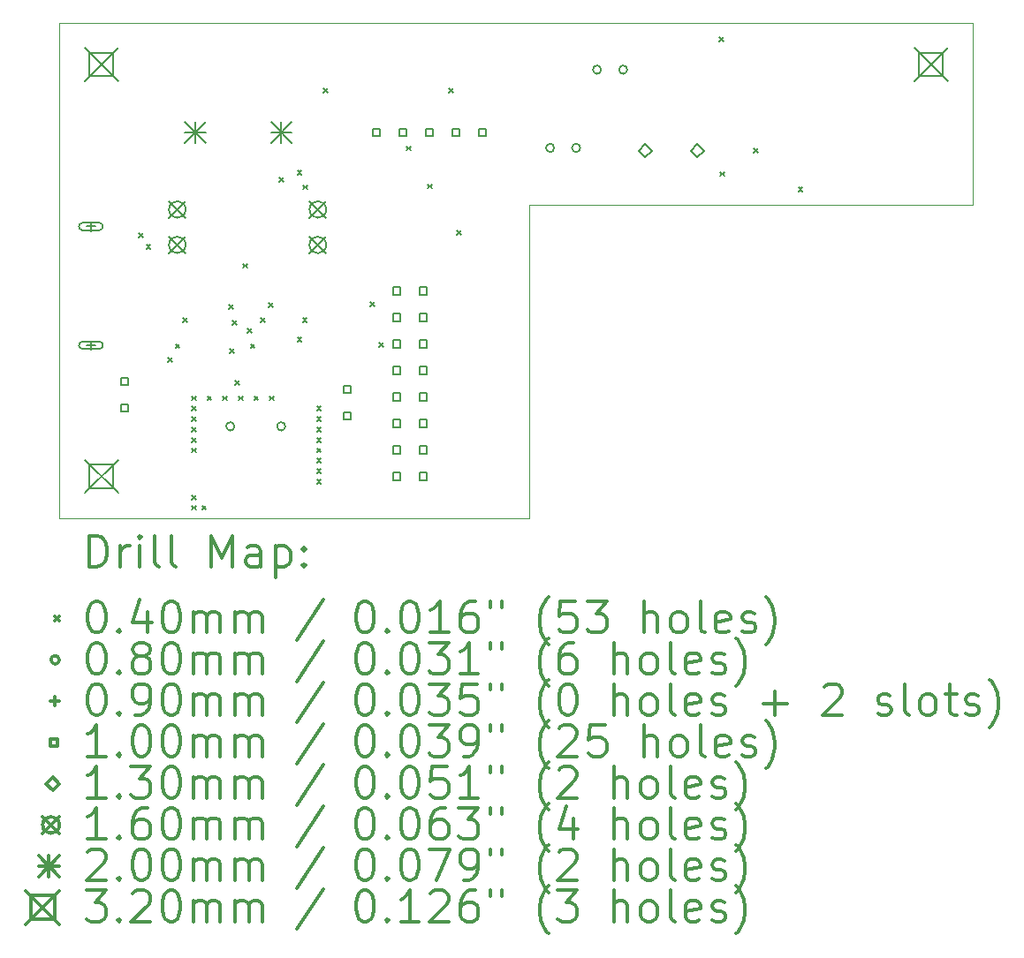
<source format=gbr>
%FSLAX45Y45*%
G04 Gerber Fmt 4.5, Leading zero omitted, Abs format (unit mm)*
G04 Created by KiCad (PCBNEW (5.1.2)-1) date 2022-03-08 00:39:12*
%MOMM*%
%LPD*%
G04 APERTURE LIST*
%ADD10C,0.050000*%
%ADD11C,0.200000*%
%ADD12C,0.300000*%
G04 APERTURE END LIST*
D10*
X17650000Y-8650000D02*
X17650000Y-6900000D01*
X16150000Y-6900000D02*
X17650000Y-6900000D01*
X13400000Y-8650000D02*
X13400000Y-11650000D01*
X13400000Y-8650000D02*
X17650000Y-8650000D01*
X8900000Y-6900000D02*
X8900000Y-7000000D01*
X16150000Y-6900000D02*
X8900000Y-6900000D01*
X8900000Y-11650000D02*
X13400000Y-11650000D01*
X8900000Y-7000000D02*
X8900000Y-11650000D01*
D11*
X9657400Y-8920800D02*
X9697400Y-8960800D01*
X9697400Y-8920800D02*
X9657400Y-8960800D01*
X9730000Y-9030000D02*
X9770000Y-9070000D01*
X9770000Y-9030000D02*
X9730000Y-9070000D01*
X9936800Y-10114600D02*
X9976800Y-10154600D01*
X9976800Y-10114600D02*
X9936800Y-10154600D01*
X10009840Y-9980000D02*
X10049840Y-10020000D01*
X10049840Y-9980000D02*
X10009840Y-10020000D01*
X10080000Y-9730000D02*
X10120000Y-9770000D01*
X10120000Y-9730000D02*
X10080000Y-9770000D01*
X10164200Y-10480000D02*
X10204200Y-10520000D01*
X10204200Y-10480000D02*
X10164200Y-10520000D01*
X10164200Y-10580000D02*
X10204200Y-10620000D01*
X10204200Y-10580000D02*
X10164200Y-10620000D01*
X10164200Y-10680000D02*
X10204200Y-10720000D01*
X10204200Y-10680000D02*
X10164200Y-10720000D01*
X10164200Y-10780000D02*
X10204200Y-10820000D01*
X10204200Y-10780000D02*
X10164200Y-10820000D01*
X10164200Y-10880000D02*
X10204200Y-10920000D01*
X10204200Y-10880000D02*
X10164200Y-10920000D01*
X10164200Y-10980000D02*
X10204200Y-11020000D01*
X10204200Y-10980000D02*
X10164200Y-11020000D01*
X10164200Y-11430000D02*
X10204200Y-11470000D01*
X10204200Y-11430000D02*
X10164200Y-11470000D01*
X10164200Y-11530000D02*
X10204200Y-11570000D01*
X10204200Y-11530000D02*
X10164200Y-11570000D01*
X10264200Y-11530000D02*
X10304200Y-11570000D01*
X10304200Y-11530000D02*
X10264200Y-11570000D01*
X10314200Y-10480000D02*
X10354200Y-10520000D01*
X10354200Y-10480000D02*
X10314200Y-10520000D01*
X10464200Y-10480000D02*
X10504200Y-10520000D01*
X10504200Y-10480000D02*
X10464200Y-10520000D01*
X10521000Y-9606600D02*
X10561000Y-9646600D01*
X10561000Y-9606600D02*
X10521000Y-9646600D01*
X10530000Y-10030000D02*
X10570000Y-10070000D01*
X10570000Y-10030000D02*
X10530000Y-10070000D01*
X10555000Y-9755000D02*
X10595000Y-9795000D01*
X10595000Y-9755000D02*
X10555000Y-9795000D01*
X10555000Y-9755000D02*
X10595000Y-9795000D01*
X10595000Y-9755000D02*
X10555000Y-9795000D01*
X10580000Y-10330000D02*
X10620000Y-10370000D01*
X10620000Y-10330000D02*
X10580000Y-10370000D01*
X10614200Y-10480000D02*
X10654200Y-10520000D01*
X10654200Y-10480000D02*
X10614200Y-10520000D01*
X10660725Y-9210725D02*
X10700725Y-9250725D01*
X10700725Y-9210725D02*
X10660725Y-9250725D01*
X10700160Y-9830000D02*
X10740160Y-9870000D01*
X10740160Y-9830000D02*
X10700160Y-9870000D01*
X10730000Y-9980000D02*
X10770000Y-10020000D01*
X10770000Y-9980000D02*
X10730000Y-10020000D01*
X10764200Y-10480000D02*
X10804200Y-10520000D01*
X10804200Y-10480000D02*
X10764200Y-10520000D01*
X10830000Y-9730000D02*
X10870000Y-9770000D01*
X10870000Y-9730000D02*
X10830000Y-9770000D01*
X10905576Y-9585416D02*
X10945576Y-9625416D01*
X10945576Y-9585416D02*
X10905576Y-9625416D01*
X10914200Y-10480000D02*
X10954200Y-10520000D01*
X10954200Y-10480000D02*
X10914200Y-10520000D01*
X11003600Y-8387400D02*
X11043600Y-8427400D01*
X11043600Y-8387400D02*
X11003600Y-8427400D01*
X11179018Y-8317663D02*
X11219018Y-8357663D01*
X11219018Y-8317663D02*
X11179018Y-8357663D01*
X11180000Y-9915000D02*
X11220000Y-9955000D01*
X11220000Y-9915000D02*
X11180000Y-9955000D01*
X11230000Y-9730000D02*
X11270000Y-9770000D01*
X11270000Y-9730000D02*
X11230000Y-9770000D01*
X11235868Y-8456634D02*
X11275868Y-8496634D01*
X11275868Y-8456634D02*
X11235868Y-8496634D01*
X11364200Y-10580000D02*
X11404200Y-10620000D01*
X11404200Y-10580000D02*
X11364200Y-10620000D01*
X11364200Y-10680000D02*
X11404200Y-10720000D01*
X11404200Y-10680000D02*
X11364200Y-10720000D01*
X11364200Y-10780000D02*
X11404200Y-10820000D01*
X11404200Y-10780000D02*
X11364200Y-10820000D01*
X11364200Y-10880000D02*
X11404200Y-10920000D01*
X11404200Y-10880000D02*
X11364200Y-10920000D01*
X11364200Y-10980000D02*
X11404200Y-11020000D01*
X11404200Y-10980000D02*
X11364200Y-11020000D01*
X11364200Y-11080000D02*
X11404200Y-11120000D01*
X11404200Y-11080000D02*
X11364200Y-11120000D01*
X11364200Y-11180000D02*
X11404200Y-11220000D01*
X11404200Y-11180000D02*
X11364200Y-11220000D01*
X11364200Y-11280000D02*
X11404200Y-11320000D01*
X11404200Y-11280000D02*
X11364200Y-11320000D01*
X11430000Y-7530000D02*
X11470000Y-7570000D01*
X11470000Y-7530000D02*
X11430000Y-7570000D01*
X11880000Y-9580000D02*
X11920000Y-9620000D01*
X11920000Y-9580000D02*
X11880000Y-9620000D01*
X11963111Y-9967889D02*
X12003111Y-10007889D01*
X12003111Y-9967889D02*
X11963111Y-10007889D01*
X12225100Y-8084900D02*
X12265100Y-8124900D01*
X12265100Y-8084900D02*
X12225100Y-8124900D01*
X12430000Y-8449519D02*
X12470000Y-8489519D01*
X12470000Y-8449519D02*
X12430000Y-8489519D01*
X12630000Y-7530000D02*
X12670000Y-7570000D01*
X12670000Y-7530000D02*
X12630000Y-7570000D01*
X12705400Y-8895400D02*
X12745400Y-8935400D01*
X12745400Y-8895400D02*
X12705400Y-8935400D01*
X15220000Y-7041200D02*
X15260000Y-7081200D01*
X15260000Y-7041200D02*
X15220000Y-7081200D01*
X15230000Y-8330000D02*
X15270000Y-8370000D01*
X15270000Y-8330000D02*
X15230000Y-8370000D01*
X15550200Y-8106551D02*
X15590200Y-8146551D01*
X15590200Y-8106551D02*
X15550200Y-8146551D01*
X15980000Y-8480000D02*
X16020000Y-8520000D01*
X16020000Y-8480000D02*
X15980000Y-8520000D01*
X10575090Y-10770328D02*
G75*
G03X10575090Y-10770328I-40000J0D01*
G01*
X11063090Y-10770328D02*
G75*
G03X11063090Y-10770328I-40000J0D01*
G01*
X14090000Y-7350000D02*
G75*
G03X14090000Y-7350000I-40000J0D01*
G01*
X14340000Y-7350000D02*
G75*
G03X14340000Y-7350000I-40000J0D01*
G01*
X13640000Y-8100000D02*
G75*
G03X13640000Y-8100000I-40000J0D01*
G01*
X13890000Y-8100000D02*
G75*
G03X13890000Y-8100000I-40000J0D01*
G01*
X9200016Y-8808400D02*
X9200016Y-8898400D01*
X9155016Y-8853400D02*
X9245016Y-8853400D01*
X9280016Y-8818400D02*
X9120016Y-8818400D01*
X9280016Y-8888400D02*
X9120016Y-8888400D01*
X9120016Y-8818400D02*
G75*
G03X9120016Y-8888400I0J-35000D01*
G01*
X9280016Y-8888400D02*
G75*
G03X9280016Y-8818400I0J35000D01*
G01*
X9200016Y-9948400D02*
X9200016Y-10038400D01*
X9155016Y-9993400D02*
X9245016Y-9993400D01*
X9280016Y-9958400D02*
X9120016Y-9958400D01*
X9280016Y-10028400D02*
X9120016Y-10028400D01*
X9120016Y-9958400D02*
G75*
G03X9120016Y-10028400I0J-35000D01*
G01*
X9280016Y-10028400D02*
G75*
G03X9280016Y-9958400I0J35000D01*
G01*
X9560356Y-10373156D02*
X9560356Y-10302444D01*
X9489644Y-10302444D01*
X9489644Y-10373156D01*
X9560356Y-10373156D01*
X9560356Y-10627156D02*
X9560356Y-10556444D01*
X9489644Y-10556444D01*
X9489644Y-10627156D01*
X9560356Y-10627156D01*
X11693956Y-10449356D02*
X11693956Y-10378644D01*
X11623244Y-10378644D01*
X11623244Y-10449356D01*
X11693956Y-10449356D01*
X11693956Y-10703356D02*
X11693956Y-10632644D01*
X11623244Y-10632644D01*
X11623244Y-10703356D01*
X11693956Y-10703356D01*
X12165356Y-9507356D02*
X12165356Y-9436644D01*
X12094644Y-9436644D01*
X12094644Y-9507356D01*
X12165356Y-9507356D01*
X12165356Y-9761356D02*
X12165356Y-9690644D01*
X12094644Y-9690644D01*
X12094644Y-9761356D01*
X12165356Y-9761356D01*
X12165356Y-10015356D02*
X12165356Y-9944644D01*
X12094644Y-9944644D01*
X12094644Y-10015356D01*
X12165356Y-10015356D01*
X12165356Y-10269356D02*
X12165356Y-10198644D01*
X12094644Y-10198644D01*
X12094644Y-10269356D01*
X12165356Y-10269356D01*
X12165356Y-10523356D02*
X12165356Y-10452644D01*
X12094644Y-10452644D01*
X12094644Y-10523356D01*
X12165356Y-10523356D01*
X12165356Y-10777356D02*
X12165356Y-10706644D01*
X12094644Y-10706644D01*
X12094644Y-10777356D01*
X12165356Y-10777356D01*
X12165356Y-11031356D02*
X12165356Y-10960644D01*
X12094644Y-10960644D01*
X12094644Y-11031356D01*
X12165356Y-11031356D01*
X12165356Y-11285356D02*
X12165356Y-11214644D01*
X12094644Y-11214644D01*
X12094644Y-11285356D01*
X12165356Y-11285356D01*
X12419356Y-9507356D02*
X12419356Y-9436644D01*
X12348644Y-9436644D01*
X12348644Y-9507356D01*
X12419356Y-9507356D01*
X12419356Y-9761356D02*
X12419356Y-9690644D01*
X12348644Y-9690644D01*
X12348644Y-9761356D01*
X12419356Y-9761356D01*
X12419356Y-10015356D02*
X12419356Y-9944644D01*
X12348644Y-9944644D01*
X12348644Y-10015356D01*
X12419356Y-10015356D01*
X12419356Y-10269356D02*
X12419356Y-10198644D01*
X12348644Y-10198644D01*
X12348644Y-10269356D01*
X12419356Y-10269356D01*
X12419356Y-10523356D02*
X12419356Y-10452644D01*
X12348644Y-10452644D01*
X12348644Y-10523356D01*
X12419356Y-10523356D01*
X12419356Y-10777356D02*
X12419356Y-10706644D01*
X12348644Y-10706644D01*
X12348644Y-10777356D01*
X12419356Y-10777356D01*
X12419356Y-11031356D02*
X12419356Y-10960644D01*
X12348644Y-10960644D01*
X12348644Y-11031356D01*
X12419356Y-11031356D01*
X12419356Y-11285356D02*
X12419356Y-11214644D01*
X12348644Y-11214644D01*
X12348644Y-11285356D01*
X12419356Y-11285356D01*
X11969356Y-7985356D02*
X11969356Y-7914644D01*
X11898644Y-7914644D01*
X11898644Y-7985356D01*
X11969356Y-7985356D01*
X12223356Y-7985356D02*
X12223356Y-7914644D01*
X12152644Y-7914644D01*
X12152644Y-7985356D01*
X12223356Y-7985356D01*
X12477356Y-7985356D02*
X12477356Y-7914644D01*
X12406644Y-7914644D01*
X12406644Y-7985356D01*
X12477356Y-7985356D01*
X12731356Y-7985356D02*
X12731356Y-7914644D01*
X12660644Y-7914644D01*
X12660644Y-7985356D01*
X12731356Y-7985356D01*
X12985356Y-7985356D02*
X12985356Y-7914644D01*
X12914644Y-7914644D01*
X12914644Y-7985356D01*
X12985356Y-7985356D01*
X14511400Y-8193000D02*
X14576400Y-8128000D01*
X14511400Y-8063000D01*
X14446400Y-8128000D01*
X14511400Y-8193000D01*
X15011400Y-8193000D02*
X15076400Y-8128000D01*
X15011400Y-8063000D01*
X14946400Y-8128000D01*
X15011400Y-8193000D01*
X9947380Y-8610396D02*
X10107380Y-8770396D01*
X10107380Y-8610396D02*
X9947380Y-8770396D01*
X10107380Y-8690396D02*
G75*
G03X10107380Y-8690396I-80000J0D01*
G01*
X9947380Y-8950396D02*
X10107380Y-9110396D01*
X10107380Y-8950396D02*
X9947380Y-9110396D01*
X10107380Y-9030396D02*
G75*
G03X10107380Y-9030396I-80000J0D01*
G01*
X11294380Y-8610396D02*
X11454380Y-8770396D01*
X11454380Y-8610396D02*
X11294380Y-8770396D01*
X11454380Y-8690396D02*
G75*
G03X11454380Y-8690396I-80000J0D01*
G01*
X11294380Y-8950396D02*
X11454380Y-9110396D01*
X11454380Y-8950396D02*
X11294380Y-9110396D01*
X11454380Y-9030396D02*
G75*
G03X11454380Y-9030396I-80000J0D01*
G01*
X10100000Y-7850000D02*
X10300000Y-8050000D01*
X10300000Y-7850000D02*
X10100000Y-8050000D01*
X10200000Y-7850000D02*
X10200000Y-8050000D01*
X10100000Y-7950000D02*
X10300000Y-7950000D01*
X10925000Y-7850000D02*
X11125000Y-8050000D01*
X11125000Y-7850000D02*
X10925000Y-8050000D01*
X11025000Y-7850000D02*
X11025000Y-8050000D01*
X10925000Y-7950000D02*
X11125000Y-7950000D01*
X9140000Y-7140000D02*
X9460000Y-7460000D01*
X9460000Y-7140000D02*
X9140000Y-7460000D01*
X9413138Y-7413138D02*
X9413138Y-7186862D01*
X9186862Y-7186862D01*
X9186862Y-7413138D01*
X9413138Y-7413138D01*
X9140000Y-11090000D02*
X9460000Y-11410000D01*
X9460000Y-11090000D02*
X9140000Y-11410000D01*
X9413138Y-11363138D02*
X9413138Y-11136862D01*
X9186862Y-11136862D01*
X9186862Y-11363138D01*
X9413138Y-11363138D01*
X17090000Y-7140000D02*
X17410000Y-7460000D01*
X17410000Y-7140000D02*
X17090000Y-7460000D01*
X17363138Y-7413138D02*
X17363138Y-7186862D01*
X17136862Y-7186862D01*
X17136862Y-7413138D01*
X17363138Y-7413138D01*
D12*
X9183928Y-12118214D02*
X9183928Y-11818214D01*
X9255357Y-11818214D01*
X9298214Y-11832500D01*
X9326786Y-11861071D01*
X9341071Y-11889643D01*
X9355357Y-11946786D01*
X9355357Y-11989643D01*
X9341071Y-12046786D01*
X9326786Y-12075357D01*
X9298214Y-12103929D01*
X9255357Y-12118214D01*
X9183928Y-12118214D01*
X9483928Y-12118214D02*
X9483928Y-11918214D01*
X9483928Y-11975357D02*
X9498214Y-11946786D01*
X9512500Y-11932500D01*
X9541071Y-11918214D01*
X9569643Y-11918214D01*
X9669643Y-12118214D02*
X9669643Y-11918214D01*
X9669643Y-11818214D02*
X9655357Y-11832500D01*
X9669643Y-11846786D01*
X9683928Y-11832500D01*
X9669643Y-11818214D01*
X9669643Y-11846786D01*
X9855357Y-12118214D02*
X9826786Y-12103929D01*
X9812500Y-12075357D01*
X9812500Y-11818214D01*
X10012500Y-12118214D02*
X9983928Y-12103929D01*
X9969643Y-12075357D01*
X9969643Y-11818214D01*
X10355357Y-12118214D02*
X10355357Y-11818214D01*
X10455357Y-12032500D01*
X10555357Y-11818214D01*
X10555357Y-12118214D01*
X10826786Y-12118214D02*
X10826786Y-11961071D01*
X10812500Y-11932500D01*
X10783928Y-11918214D01*
X10726786Y-11918214D01*
X10698214Y-11932500D01*
X10826786Y-12103929D02*
X10798214Y-12118214D01*
X10726786Y-12118214D01*
X10698214Y-12103929D01*
X10683928Y-12075357D01*
X10683928Y-12046786D01*
X10698214Y-12018214D01*
X10726786Y-12003929D01*
X10798214Y-12003929D01*
X10826786Y-11989643D01*
X10969643Y-11918214D02*
X10969643Y-12218214D01*
X10969643Y-11932500D02*
X10998214Y-11918214D01*
X11055357Y-11918214D01*
X11083928Y-11932500D01*
X11098214Y-11946786D01*
X11112500Y-11975357D01*
X11112500Y-12061071D01*
X11098214Y-12089643D01*
X11083928Y-12103929D01*
X11055357Y-12118214D01*
X10998214Y-12118214D01*
X10969643Y-12103929D01*
X11241071Y-12089643D02*
X11255357Y-12103929D01*
X11241071Y-12118214D01*
X11226786Y-12103929D01*
X11241071Y-12089643D01*
X11241071Y-12118214D01*
X11241071Y-11932500D02*
X11255357Y-11946786D01*
X11241071Y-11961071D01*
X11226786Y-11946786D01*
X11241071Y-11932500D01*
X11241071Y-11961071D01*
X8857500Y-12592500D02*
X8897500Y-12632500D01*
X8897500Y-12592500D02*
X8857500Y-12632500D01*
X9241071Y-12448214D02*
X9269643Y-12448214D01*
X9298214Y-12462500D01*
X9312500Y-12476786D01*
X9326786Y-12505357D01*
X9341071Y-12562500D01*
X9341071Y-12633929D01*
X9326786Y-12691071D01*
X9312500Y-12719643D01*
X9298214Y-12733929D01*
X9269643Y-12748214D01*
X9241071Y-12748214D01*
X9212500Y-12733929D01*
X9198214Y-12719643D01*
X9183928Y-12691071D01*
X9169643Y-12633929D01*
X9169643Y-12562500D01*
X9183928Y-12505357D01*
X9198214Y-12476786D01*
X9212500Y-12462500D01*
X9241071Y-12448214D01*
X9469643Y-12719643D02*
X9483928Y-12733929D01*
X9469643Y-12748214D01*
X9455357Y-12733929D01*
X9469643Y-12719643D01*
X9469643Y-12748214D01*
X9741071Y-12548214D02*
X9741071Y-12748214D01*
X9669643Y-12433929D02*
X9598214Y-12648214D01*
X9783928Y-12648214D01*
X9955357Y-12448214D02*
X9983928Y-12448214D01*
X10012500Y-12462500D01*
X10026786Y-12476786D01*
X10041071Y-12505357D01*
X10055357Y-12562500D01*
X10055357Y-12633929D01*
X10041071Y-12691071D01*
X10026786Y-12719643D01*
X10012500Y-12733929D01*
X9983928Y-12748214D01*
X9955357Y-12748214D01*
X9926786Y-12733929D01*
X9912500Y-12719643D01*
X9898214Y-12691071D01*
X9883928Y-12633929D01*
X9883928Y-12562500D01*
X9898214Y-12505357D01*
X9912500Y-12476786D01*
X9926786Y-12462500D01*
X9955357Y-12448214D01*
X10183928Y-12748214D02*
X10183928Y-12548214D01*
X10183928Y-12576786D02*
X10198214Y-12562500D01*
X10226786Y-12548214D01*
X10269643Y-12548214D01*
X10298214Y-12562500D01*
X10312500Y-12591071D01*
X10312500Y-12748214D01*
X10312500Y-12591071D02*
X10326786Y-12562500D01*
X10355357Y-12548214D01*
X10398214Y-12548214D01*
X10426786Y-12562500D01*
X10441071Y-12591071D01*
X10441071Y-12748214D01*
X10583928Y-12748214D02*
X10583928Y-12548214D01*
X10583928Y-12576786D02*
X10598214Y-12562500D01*
X10626786Y-12548214D01*
X10669643Y-12548214D01*
X10698214Y-12562500D01*
X10712500Y-12591071D01*
X10712500Y-12748214D01*
X10712500Y-12591071D02*
X10726786Y-12562500D01*
X10755357Y-12548214D01*
X10798214Y-12548214D01*
X10826786Y-12562500D01*
X10841071Y-12591071D01*
X10841071Y-12748214D01*
X11426786Y-12433929D02*
X11169643Y-12819643D01*
X11812500Y-12448214D02*
X11841071Y-12448214D01*
X11869643Y-12462500D01*
X11883928Y-12476786D01*
X11898214Y-12505357D01*
X11912500Y-12562500D01*
X11912500Y-12633929D01*
X11898214Y-12691071D01*
X11883928Y-12719643D01*
X11869643Y-12733929D01*
X11841071Y-12748214D01*
X11812500Y-12748214D01*
X11783928Y-12733929D01*
X11769643Y-12719643D01*
X11755357Y-12691071D01*
X11741071Y-12633929D01*
X11741071Y-12562500D01*
X11755357Y-12505357D01*
X11769643Y-12476786D01*
X11783928Y-12462500D01*
X11812500Y-12448214D01*
X12041071Y-12719643D02*
X12055357Y-12733929D01*
X12041071Y-12748214D01*
X12026786Y-12733929D01*
X12041071Y-12719643D01*
X12041071Y-12748214D01*
X12241071Y-12448214D02*
X12269643Y-12448214D01*
X12298214Y-12462500D01*
X12312500Y-12476786D01*
X12326786Y-12505357D01*
X12341071Y-12562500D01*
X12341071Y-12633929D01*
X12326786Y-12691071D01*
X12312500Y-12719643D01*
X12298214Y-12733929D01*
X12269643Y-12748214D01*
X12241071Y-12748214D01*
X12212500Y-12733929D01*
X12198214Y-12719643D01*
X12183928Y-12691071D01*
X12169643Y-12633929D01*
X12169643Y-12562500D01*
X12183928Y-12505357D01*
X12198214Y-12476786D01*
X12212500Y-12462500D01*
X12241071Y-12448214D01*
X12626786Y-12748214D02*
X12455357Y-12748214D01*
X12541071Y-12748214D02*
X12541071Y-12448214D01*
X12512500Y-12491071D01*
X12483928Y-12519643D01*
X12455357Y-12533929D01*
X12883928Y-12448214D02*
X12826786Y-12448214D01*
X12798214Y-12462500D01*
X12783928Y-12476786D01*
X12755357Y-12519643D01*
X12741071Y-12576786D01*
X12741071Y-12691071D01*
X12755357Y-12719643D01*
X12769643Y-12733929D01*
X12798214Y-12748214D01*
X12855357Y-12748214D01*
X12883928Y-12733929D01*
X12898214Y-12719643D01*
X12912500Y-12691071D01*
X12912500Y-12619643D01*
X12898214Y-12591071D01*
X12883928Y-12576786D01*
X12855357Y-12562500D01*
X12798214Y-12562500D01*
X12769643Y-12576786D01*
X12755357Y-12591071D01*
X12741071Y-12619643D01*
X13026786Y-12448214D02*
X13026786Y-12505357D01*
X13141071Y-12448214D02*
X13141071Y-12505357D01*
X13583928Y-12862500D02*
X13569643Y-12848214D01*
X13541071Y-12805357D01*
X13526786Y-12776786D01*
X13512500Y-12733929D01*
X13498214Y-12662500D01*
X13498214Y-12605357D01*
X13512500Y-12533929D01*
X13526786Y-12491071D01*
X13541071Y-12462500D01*
X13569643Y-12419643D01*
X13583928Y-12405357D01*
X13841071Y-12448214D02*
X13698214Y-12448214D01*
X13683928Y-12591071D01*
X13698214Y-12576786D01*
X13726786Y-12562500D01*
X13798214Y-12562500D01*
X13826786Y-12576786D01*
X13841071Y-12591071D01*
X13855357Y-12619643D01*
X13855357Y-12691071D01*
X13841071Y-12719643D01*
X13826786Y-12733929D01*
X13798214Y-12748214D01*
X13726786Y-12748214D01*
X13698214Y-12733929D01*
X13683928Y-12719643D01*
X13955357Y-12448214D02*
X14141071Y-12448214D01*
X14041071Y-12562500D01*
X14083928Y-12562500D01*
X14112500Y-12576786D01*
X14126786Y-12591071D01*
X14141071Y-12619643D01*
X14141071Y-12691071D01*
X14126786Y-12719643D01*
X14112500Y-12733929D01*
X14083928Y-12748214D01*
X13998214Y-12748214D01*
X13969643Y-12733929D01*
X13955357Y-12719643D01*
X14498214Y-12748214D02*
X14498214Y-12448214D01*
X14626786Y-12748214D02*
X14626786Y-12591071D01*
X14612500Y-12562500D01*
X14583928Y-12548214D01*
X14541071Y-12548214D01*
X14512500Y-12562500D01*
X14498214Y-12576786D01*
X14812500Y-12748214D02*
X14783928Y-12733929D01*
X14769643Y-12719643D01*
X14755357Y-12691071D01*
X14755357Y-12605357D01*
X14769643Y-12576786D01*
X14783928Y-12562500D01*
X14812500Y-12548214D01*
X14855357Y-12548214D01*
X14883928Y-12562500D01*
X14898214Y-12576786D01*
X14912500Y-12605357D01*
X14912500Y-12691071D01*
X14898214Y-12719643D01*
X14883928Y-12733929D01*
X14855357Y-12748214D01*
X14812500Y-12748214D01*
X15083928Y-12748214D02*
X15055357Y-12733929D01*
X15041071Y-12705357D01*
X15041071Y-12448214D01*
X15312500Y-12733929D02*
X15283928Y-12748214D01*
X15226786Y-12748214D01*
X15198214Y-12733929D01*
X15183928Y-12705357D01*
X15183928Y-12591071D01*
X15198214Y-12562500D01*
X15226786Y-12548214D01*
X15283928Y-12548214D01*
X15312500Y-12562500D01*
X15326786Y-12591071D01*
X15326786Y-12619643D01*
X15183928Y-12648214D01*
X15441071Y-12733929D02*
X15469643Y-12748214D01*
X15526786Y-12748214D01*
X15555357Y-12733929D01*
X15569643Y-12705357D01*
X15569643Y-12691071D01*
X15555357Y-12662500D01*
X15526786Y-12648214D01*
X15483928Y-12648214D01*
X15455357Y-12633929D01*
X15441071Y-12605357D01*
X15441071Y-12591071D01*
X15455357Y-12562500D01*
X15483928Y-12548214D01*
X15526786Y-12548214D01*
X15555357Y-12562500D01*
X15669643Y-12862500D02*
X15683928Y-12848214D01*
X15712500Y-12805357D01*
X15726786Y-12776786D01*
X15741071Y-12733929D01*
X15755357Y-12662500D01*
X15755357Y-12605357D01*
X15741071Y-12533929D01*
X15726786Y-12491071D01*
X15712500Y-12462500D01*
X15683928Y-12419643D01*
X15669643Y-12405357D01*
X8897500Y-13008500D02*
G75*
G03X8897500Y-13008500I-40000J0D01*
G01*
X9241071Y-12844214D02*
X9269643Y-12844214D01*
X9298214Y-12858500D01*
X9312500Y-12872786D01*
X9326786Y-12901357D01*
X9341071Y-12958500D01*
X9341071Y-13029929D01*
X9326786Y-13087071D01*
X9312500Y-13115643D01*
X9298214Y-13129929D01*
X9269643Y-13144214D01*
X9241071Y-13144214D01*
X9212500Y-13129929D01*
X9198214Y-13115643D01*
X9183928Y-13087071D01*
X9169643Y-13029929D01*
X9169643Y-12958500D01*
X9183928Y-12901357D01*
X9198214Y-12872786D01*
X9212500Y-12858500D01*
X9241071Y-12844214D01*
X9469643Y-13115643D02*
X9483928Y-13129929D01*
X9469643Y-13144214D01*
X9455357Y-13129929D01*
X9469643Y-13115643D01*
X9469643Y-13144214D01*
X9655357Y-12972786D02*
X9626786Y-12958500D01*
X9612500Y-12944214D01*
X9598214Y-12915643D01*
X9598214Y-12901357D01*
X9612500Y-12872786D01*
X9626786Y-12858500D01*
X9655357Y-12844214D01*
X9712500Y-12844214D01*
X9741071Y-12858500D01*
X9755357Y-12872786D01*
X9769643Y-12901357D01*
X9769643Y-12915643D01*
X9755357Y-12944214D01*
X9741071Y-12958500D01*
X9712500Y-12972786D01*
X9655357Y-12972786D01*
X9626786Y-12987071D01*
X9612500Y-13001357D01*
X9598214Y-13029929D01*
X9598214Y-13087071D01*
X9612500Y-13115643D01*
X9626786Y-13129929D01*
X9655357Y-13144214D01*
X9712500Y-13144214D01*
X9741071Y-13129929D01*
X9755357Y-13115643D01*
X9769643Y-13087071D01*
X9769643Y-13029929D01*
X9755357Y-13001357D01*
X9741071Y-12987071D01*
X9712500Y-12972786D01*
X9955357Y-12844214D02*
X9983928Y-12844214D01*
X10012500Y-12858500D01*
X10026786Y-12872786D01*
X10041071Y-12901357D01*
X10055357Y-12958500D01*
X10055357Y-13029929D01*
X10041071Y-13087071D01*
X10026786Y-13115643D01*
X10012500Y-13129929D01*
X9983928Y-13144214D01*
X9955357Y-13144214D01*
X9926786Y-13129929D01*
X9912500Y-13115643D01*
X9898214Y-13087071D01*
X9883928Y-13029929D01*
X9883928Y-12958500D01*
X9898214Y-12901357D01*
X9912500Y-12872786D01*
X9926786Y-12858500D01*
X9955357Y-12844214D01*
X10183928Y-13144214D02*
X10183928Y-12944214D01*
X10183928Y-12972786D02*
X10198214Y-12958500D01*
X10226786Y-12944214D01*
X10269643Y-12944214D01*
X10298214Y-12958500D01*
X10312500Y-12987071D01*
X10312500Y-13144214D01*
X10312500Y-12987071D02*
X10326786Y-12958500D01*
X10355357Y-12944214D01*
X10398214Y-12944214D01*
X10426786Y-12958500D01*
X10441071Y-12987071D01*
X10441071Y-13144214D01*
X10583928Y-13144214D02*
X10583928Y-12944214D01*
X10583928Y-12972786D02*
X10598214Y-12958500D01*
X10626786Y-12944214D01*
X10669643Y-12944214D01*
X10698214Y-12958500D01*
X10712500Y-12987071D01*
X10712500Y-13144214D01*
X10712500Y-12987071D02*
X10726786Y-12958500D01*
X10755357Y-12944214D01*
X10798214Y-12944214D01*
X10826786Y-12958500D01*
X10841071Y-12987071D01*
X10841071Y-13144214D01*
X11426786Y-12829929D02*
X11169643Y-13215643D01*
X11812500Y-12844214D02*
X11841071Y-12844214D01*
X11869643Y-12858500D01*
X11883928Y-12872786D01*
X11898214Y-12901357D01*
X11912500Y-12958500D01*
X11912500Y-13029929D01*
X11898214Y-13087071D01*
X11883928Y-13115643D01*
X11869643Y-13129929D01*
X11841071Y-13144214D01*
X11812500Y-13144214D01*
X11783928Y-13129929D01*
X11769643Y-13115643D01*
X11755357Y-13087071D01*
X11741071Y-13029929D01*
X11741071Y-12958500D01*
X11755357Y-12901357D01*
X11769643Y-12872786D01*
X11783928Y-12858500D01*
X11812500Y-12844214D01*
X12041071Y-13115643D02*
X12055357Y-13129929D01*
X12041071Y-13144214D01*
X12026786Y-13129929D01*
X12041071Y-13115643D01*
X12041071Y-13144214D01*
X12241071Y-12844214D02*
X12269643Y-12844214D01*
X12298214Y-12858500D01*
X12312500Y-12872786D01*
X12326786Y-12901357D01*
X12341071Y-12958500D01*
X12341071Y-13029929D01*
X12326786Y-13087071D01*
X12312500Y-13115643D01*
X12298214Y-13129929D01*
X12269643Y-13144214D01*
X12241071Y-13144214D01*
X12212500Y-13129929D01*
X12198214Y-13115643D01*
X12183928Y-13087071D01*
X12169643Y-13029929D01*
X12169643Y-12958500D01*
X12183928Y-12901357D01*
X12198214Y-12872786D01*
X12212500Y-12858500D01*
X12241071Y-12844214D01*
X12441071Y-12844214D02*
X12626786Y-12844214D01*
X12526786Y-12958500D01*
X12569643Y-12958500D01*
X12598214Y-12972786D01*
X12612500Y-12987071D01*
X12626786Y-13015643D01*
X12626786Y-13087071D01*
X12612500Y-13115643D01*
X12598214Y-13129929D01*
X12569643Y-13144214D01*
X12483928Y-13144214D01*
X12455357Y-13129929D01*
X12441071Y-13115643D01*
X12912500Y-13144214D02*
X12741071Y-13144214D01*
X12826786Y-13144214D02*
X12826786Y-12844214D01*
X12798214Y-12887071D01*
X12769643Y-12915643D01*
X12741071Y-12929929D01*
X13026786Y-12844214D02*
X13026786Y-12901357D01*
X13141071Y-12844214D02*
X13141071Y-12901357D01*
X13583928Y-13258500D02*
X13569643Y-13244214D01*
X13541071Y-13201357D01*
X13526786Y-13172786D01*
X13512500Y-13129929D01*
X13498214Y-13058500D01*
X13498214Y-13001357D01*
X13512500Y-12929929D01*
X13526786Y-12887071D01*
X13541071Y-12858500D01*
X13569643Y-12815643D01*
X13583928Y-12801357D01*
X13826786Y-12844214D02*
X13769643Y-12844214D01*
X13741071Y-12858500D01*
X13726786Y-12872786D01*
X13698214Y-12915643D01*
X13683928Y-12972786D01*
X13683928Y-13087071D01*
X13698214Y-13115643D01*
X13712500Y-13129929D01*
X13741071Y-13144214D01*
X13798214Y-13144214D01*
X13826786Y-13129929D01*
X13841071Y-13115643D01*
X13855357Y-13087071D01*
X13855357Y-13015643D01*
X13841071Y-12987071D01*
X13826786Y-12972786D01*
X13798214Y-12958500D01*
X13741071Y-12958500D01*
X13712500Y-12972786D01*
X13698214Y-12987071D01*
X13683928Y-13015643D01*
X14212500Y-13144214D02*
X14212500Y-12844214D01*
X14341071Y-13144214D02*
X14341071Y-12987071D01*
X14326786Y-12958500D01*
X14298214Y-12944214D01*
X14255357Y-12944214D01*
X14226786Y-12958500D01*
X14212500Y-12972786D01*
X14526786Y-13144214D02*
X14498214Y-13129929D01*
X14483928Y-13115643D01*
X14469643Y-13087071D01*
X14469643Y-13001357D01*
X14483928Y-12972786D01*
X14498214Y-12958500D01*
X14526786Y-12944214D01*
X14569643Y-12944214D01*
X14598214Y-12958500D01*
X14612500Y-12972786D01*
X14626786Y-13001357D01*
X14626786Y-13087071D01*
X14612500Y-13115643D01*
X14598214Y-13129929D01*
X14569643Y-13144214D01*
X14526786Y-13144214D01*
X14798214Y-13144214D02*
X14769643Y-13129929D01*
X14755357Y-13101357D01*
X14755357Y-12844214D01*
X15026786Y-13129929D02*
X14998214Y-13144214D01*
X14941071Y-13144214D01*
X14912500Y-13129929D01*
X14898214Y-13101357D01*
X14898214Y-12987071D01*
X14912500Y-12958500D01*
X14941071Y-12944214D01*
X14998214Y-12944214D01*
X15026786Y-12958500D01*
X15041071Y-12987071D01*
X15041071Y-13015643D01*
X14898214Y-13044214D01*
X15155357Y-13129929D02*
X15183928Y-13144214D01*
X15241071Y-13144214D01*
X15269643Y-13129929D01*
X15283928Y-13101357D01*
X15283928Y-13087071D01*
X15269643Y-13058500D01*
X15241071Y-13044214D01*
X15198214Y-13044214D01*
X15169643Y-13029929D01*
X15155357Y-13001357D01*
X15155357Y-12987071D01*
X15169643Y-12958500D01*
X15198214Y-12944214D01*
X15241071Y-12944214D01*
X15269643Y-12958500D01*
X15383928Y-13258500D02*
X15398214Y-13244214D01*
X15426786Y-13201357D01*
X15441071Y-13172786D01*
X15455357Y-13129929D01*
X15469643Y-13058500D01*
X15469643Y-13001357D01*
X15455357Y-12929929D01*
X15441071Y-12887071D01*
X15426786Y-12858500D01*
X15398214Y-12815643D01*
X15383928Y-12801357D01*
X8852500Y-13359500D02*
X8852500Y-13449500D01*
X8807500Y-13404500D02*
X8897500Y-13404500D01*
X9241071Y-13240214D02*
X9269643Y-13240214D01*
X9298214Y-13254500D01*
X9312500Y-13268786D01*
X9326786Y-13297357D01*
X9341071Y-13354500D01*
X9341071Y-13425929D01*
X9326786Y-13483071D01*
X9312500Y-13511643D01*
X9298214Y-13525929D01*
X9269643Y-13540214D01*
X9241071Y-13540214D01*
X9212500Y-13525929D01*
X9198214Y-13511643D01*
X9183928Y-13483071D01*
X9169643Y-13425929D01*
X9169643Y-13354500D01*
X9183928Y-13297357D01*
X9198214Y-13268786D01*
X9212500Y-13254500D01*
X9241071Y-13240214D01*
X9469643Y-13511643D02*
X9483928Y-13525929D01*
X9469643Y-13540214D01*
X9455357Y-13525929D01*
X9469643Y-13511643D01*
X9469643Y-13540214D01*
X9626786Y-13540214D02*
X9683928Y-13540214D01*
X9712500Y-13525929D01*
X9726786Y-13511643D01*
X9755357Y-13468786D01*
X9769643Y-13411643D01*
X9769643Y-13297357D01*
X9755357Y-13268786D01*
X9741071Y-13254500D01*
X9712500Y-13240214D01*
X9655357Y-13240214D01*
X9626786Y-13254500D01*
X9612500Y-13268786D01*
X9598214Y-13297357D01*
X9598214Y-13368786D01*
X9612500Y-13397357D01*
X9626786Y-13411643D01*
X9655357Y-13425929D01*
X9712500Y-13425929D01*
X9741071Y-13411643D01*
X9755357Y-13397357D01*
X9769643Y-13368786D01*
X9955357Y-13240214D02*
X9983928Y-13240214D01*
X10012500Y-13254500D01*
X10026786Y-13268786D01*
X10041071Y-13297357D01*
X10055357Y-13354500D01*
X10055357Y-13425929D01*
X10041071Y-13483071D01*
X10026786Y-13511643D01*
X10012500Y-13525929D01*
X9983928Y-13540214D01*
X9955357Y-13540214D01*
X9926786Y-13525929D01*
X9912500Y-13511643D01*
X9898214Y-13483071D01*
X9883928Y-13425929D01*
X9883928Y-13354500D01*
X9898214Y-13297357D01*
X9912500Y-13268786D01*
X9926786Y-13254500D01*
X9955357Y-13240214D01*
X10183928Y-13540214D02*
X10183928Y-13340214D01*
X10183928Y-13368786D02*
X10198214Y-13354500D01*
X10226786Y-13340214D01*
X10269643Y-13340214D01*
X10298214Y-13354500D01*
X10312500Y-13383071D01*
X10312500Y-13540214D01*
X10312500Y-13383071D02*
X10326786Y-13354500D01*
X10355357Y-13340214D01*
X10398214Y-13340214D01*
X10426786Y-13354500D01*
X10441071Y-13383071D01*
X10441071Y-13540214D01*
X10583928Y-13540214D02*
X10583928Y-13340214D01*
X10583928Y-13368786D02*
X10598214Y-13354500D01*
X10626786Y-13340214D01*
X10669643Y-13340214D01*
X10698214Y-13354500D01*
X10712500Y-13383071D01*
X10712500Y-13540214D01*
X10712500Y-13383071D02*
X10726786Y-13354500D01*
X10755357Y-13340214D01*
X10798214Y-13340214D01*
X10826786Y-13354500D01*
X10841071Y-13383071D01*
X10841071Y-13540214D01*
X11426786Y-13225929D02*
X11169643Y-13611643D01*
X11812500Y-13240214D02*
X11841071Y-13240214D01*
X11869643Y-13254500D01*
X11883928Y-13268786D01*
X11898214Y-13297357D01*
X11912500Y-13354500D01*
X11912500Y-13425929D01*
X11898214Y-13483071D01*
X11883928Y-13511643D01*
X11869643Y-13525929D01*
X11841071Y-13540214D01*
X11812500Y-13540214D01*
X11783928Y-13525929D01*
X11769643Y-13511643D01*
X11755357Y-13483071D01*
X11741071Y-13425929D01*
X11741071Y-13354500D01*
X11755357Y-13297357D01*
X11769643Y-13268786D01*
X11783928Y-13254500D01*
X11812500Y-13240214D01*
X12041071Y-13511643D02*
X12055357Y-13525929D01*
X12041071Y-13540214D01*
X12026786Y-13525929D01*
X12041071Y-13511643D01*
X12041071Y-13540214D01*
X12241071Y-13240214D02*
X12269643Y-13240214D01*
X12298214Y-13254500D01*
X12312500Y-13268786D01*
X12326786Y-13297357D01*
X12341071Y-13354500D01*
X12341071Y-13425929D01*
X12326786Y-13483071D01*
X12312500Y-13511643D01*
X12298214Y-13525929D01*
X12269643Y-13540214D01*
X12241071Y-13540214D01*
X12212500Y-13525929D01*
X12198214Y-13511643D01*
X12183928Y-13483071D01*
X12169643Y-13425929D01*
X12169643Y-13354500D01*
X12183928Y-13297357D01*
X12198214Y-13268786D01*
X12212500Y-13254500D01*
X12241071Y-13240214D01*
X12441071Y-13240214D02*
X12626786Y-13240214D01*
X12526786Y-13354500D01*
X12569643Y-13354500D01*
X12598214Y-13368786D01*
X12612500Y-13383071D01*
X12626786Y-13411643D01*
X12626786Y-13483071D01*
X12612500Y-13511643D01*
X12598214Y-13525929D01*
X12569643Y-13540214D01*
X12483928Y-13540214D01*
X12455357Y-13525929D01*
X12441071Y-13511643D01*
X12898214Y-13240214D02*
X12755357Y-13240214D01*
X12741071Y-13383071D01*
X12755357Y-13368786D01*
X12783928Y-13354500D01*
X12855357Y-13354500D01*
X12883928Y-13368786D01*
X12898214Y-13383071D01*
X12912500Y-13411643D01*
X12912500Y-13483071D01*
X12898214Y-13511643D01*
X12883928Y-13525929D01*
X12855357Y-13540214D01*
X12783928Y-13540214D01*
X12755357Y-13525929D01*
X12741071Y-13511643D01*
X13026786Y-13240214D02*
X13026786Y-13297357D01*
X13141071Y-13240214D02*
X13141071Y-13297357D01*
X13583928Y-13654500D02*
X13569643Y-13640214D01*
X13541071Y-13597357D01*
X13526786Y-13568786D01*
X13512500Y-13525929D01*
X13498214Y-13454500D01*
X13498214Y-13397357D01*
X13512500Y-13325929D01*
X13526786Y-13283071D01*
X13541071Y-13254500D01*
X13569643Y-13211643D01*
X13583928Y-13197357D01*
X13755357Y-13240214D02*
X13783928Y-13240214D01*
X13812500Y-13254500D01*
X13826786Y-13268786D01*
X13841071Y-13297357D01*
X13855357Y-13354500D01*
X13855357Y-13425929D01*
X13841071Y-13483071D01*
X13826786Y-13511643D01*
X13812500Y-13525929D01*
X13783928Y-13540214D01*
X13755357Y-13540214D01*
X13726786Y-13525929D01*
X13712500Y-13511643D01*
X13698214Y-13483071D01*
X13683928Y-13425929D01*
X13683928Y-13354500D01*
X13698214Y-13297357D01*
X13712500Y-13268786D01*
X13726786Y-13254500D01*
X13755357Y-13240214D01*
X14212500Y-13540214D02*
X14212500Y-13240214D01*
X14341071Y-13540214D02*
X14341071Y-13383071D01*
X14326786Y-13354500D01*
X14298214Y-13340214D01*
X14255357Y-13340214D01*
X14226786Y-13354500D01*
X14212500Y-13368786D01*
X14526786Y-13540214D02*
X14498214Y-13525929D01*
X14483928Y-13511643D01*
X14469643Y-13483071D01*
X14469643Y-13397357D01*
X14483928Y-13368786D01*
X14498214Y-13354500D01*
X14526786Y-13340214D01*
X14569643Y-13340214D01*
X14598214Y-13354500D01*
X14612500Y-13368786D01*
X14626786Y-13397357D01*
X14626786Y-13483071D01*
X14612500Y-13511643D01*
X14598214Y-13525929D01*
X14569643Y-13540214D01*
X14526786Y-13540214D01*
X14798214Y-13540214D02*
X14769643Y-13525929D01*
X14755357Y-13497357D01*
X14755357Y-13240214D01*
X15026786Y-13525929D02*
X14998214Y-13540214D01*
X14941071Y-13540214D01*
X14912500Y-13525929D01*
X14898214Y-13497357D01*
X14898214Y-13383071D01*
X14912500Y-13354500D01*
X14941071Y-13340214D01*
X14998214Y-13340214D01*
X15026786Y-13354500D01*
X15041071Y-13383071D01*
X15041071Y-13411643D01*
X14898214Y-13440214D01*
X15155357Y-13525929D02*
X15183928Y-13540214D01*
X15241071Y-13540214D01*
X15269643Y-13525929D01*
X15283928Y-13497357D01*
X15283928Y-13483071D01*
X15269643Y-13454500D01*
X15241071Y-13440214D01*
X15198214Y-13440214D01*
X15169643Y-13425929D01*
X15155357Y-13397357D01*
X15155357Y-13383071D01*
X15169643Y-13354500D01*
X15198214Y-13340214D01*
X15241071Y-13340214D01*
X15269643Y-13354500D01*
X15641071Y-13425929D02*
X15869643Y-13425929D01*
X15755357Y-13540214D02*
X15755357Y-13311643D01*
X16226786Y-13268786D02*
X16241071Y-13254500D01*
X16269643Y-13240214D01*
X16341071Y-13240214D01*
X16369643Y-13254500D01*
X16383928Y-13268786D01*
X16398214Y-13297357D01*
X16398214Y-13325929D01*
X16383928Y-13368786D01*
X16212500Y-13540214D01*
X16398214Y-13540214D01*
X16741071Y-13525929D02*
X16769643Y-13540214D01*
X16826786Y-13540214D01*
X16855357Y-13525929D01*
X16869643Y-13497357D01*
X16869643Y-13483071D01*
X16855357Y-13454500D01*
X16826786Y-13440214D01*
X16783928Y-13440214D01*
X16755357Y-13425929D01*
X16741071Y-13397357D01*
X16741071Y-13383071D01*
X16755357Y-13354500D01*
X16783928Y-13340214D01*
X16826786Y-13340214D01*
X16855357Y-13354500D01*
X17041071Y-13540214D02*
X17012500Y-13525929D01*
X16998214Y-13497357D01*
X16998214Y-13240214D01*
X17198214Y-13540214D02*
X17169643Y-13525929D01*
X17155357Y-13511643D01*
X17141071Y-13483071D01*
X17141071Y-13397357D01*
X17155357Y-13368786D01*
X17169643Y-13354500D01*
X17198214Y-13340214D01*
X17241071Y-13340214D01*
X17269643Y-13354500D01*
X17283928Y-13368786D01*
X17298214Y-13397357D01*
X17298214Y-13483071D01*
X17283928Y-13511643D01*
X17269643Y-13525929D01*
X17241071Y-13540214D01*
X17198214Y-13540214D01*
X17383928Y-13340214D02*
X17498214Y-13340214D01*
X17426786Y-13240214D02*
X17426786Y-13497357D01*
X17441071Y-13525929D01*
X17469643Y-13540214D01*
X17498214Y-13540214D01*
X17583928Y-13525929D02*
X17612500Y-13540214D01*
X17669643Y-13540214D01*
X17698214Y-13525929D01*
X17712500Y-13497357D01*
X17712500Y-13483071D01*
X17698214Y-13454500D01*
X17669643Y-13440214D01*
X17626786Y-13440214D01*
X17598214Y-13425929D01*
X17583928Y-13397357D01*
X17583928Y-13383071D01*
X17598214Y-13354500D01*
X17626786Y-13340214D01*
X17669643Y-13340214D01*
X17698214Y-13354500D01*
X17812500Y-13654500D02*
X17826786Y-13640214D01*
X17855357Y-13597357D01*
X17869643Y-13568786D01*
X17883928Y-13525929D01*
X17898214Y-13454500D01*
X17898214Y-13397357D01*
X17883928Y-13325929D01*
X17869643Y-13283071D01*
X17855357Y-13254500D01*
X17826786Y-13211643D01*
X17812500Y-13197357D01*
X8882856Y-13835856D02*
X8882856Y-13765144D01*
X8812144Y-13765144D01*
X8812144Y-13835856D01*
X8882856Y-13835856D01*
X9341071Y-13936214D02*
X9169643Y-13936214D01*
X9255357Y-13936214D02*
X9255357Y-13636214D01*
X9226786Y-13679071D01*
X9198214Y-13707643D01*
X9169643Y-13721929D01*
X9469643Y-13907643D02*
X9483928Y-13921929D01*
X9469643Y-13936214D01*
X9455357Y-13921929D01*
X9469643Y-13907643D01*
X9469643Y-13936214D01*
X9669643Y-13636214D02*
X9698214Y-13636214D01*
X9726786Y-13650500D01*
X9741071Y-13664786D01*
X9755357Y-13693357D01*
X9769643Y-13750500D01*
X9769643Y-13821929D01*
X9755357Y-13879071D01*
X9741071Y-13907643D01*
X9726786Y-13921929D01*
X9698214Y-13936214D01*
X9669643Y-13936214D01*
X9641071Y-13921929D01*
X9626786Y-13907643D01*
X9612500Y-13879071D01*
X9598214Y-13821929D01*
X9598214Y-13750500D01*
X9612500Y-13693357D01*
X9626786Y-13664786D01*
X9641071Y-13650500D01*
X9669643Y-13636214D01*
X9955357Y-13636214D02*
X9983928Y-13636214D01*
X10012500Y-13650500D01*
X10026786Y-13664786D01*
X10041071Y-13693357D01*
X10055357Y-13750500D01*
X10055357Y-13821929D01*
X10041071Y-13879071D01*
X10026786Y-13907643D01*
X10012500Y-13921929D01*
X9983928Y-13936214D01*
X9955357Y-13936214D01*
X9926786Y-13921929D01*
X9912500Y-13907643D01*
X9898214Y-13879071D01*
X9883928Y-13821929D01*
X9883928Y-13750500D01*
X9898214Y-13693357D01*
X9912500Y-13664786D01*
X9926786Y-13650500D01*
X9955357Y-13636214D01*
X10183928Y-13936214D02*
X10183928Y-13736214D01*
X10183928Y-13764786D02*
X10198214Y-13750500D01*
X10226786Y-13736214D01*
X10269643Y-13736214D01*
X10298214Y-13750500D01*
X10312500Y-13779071D01*
X10312500Y-13936214D01*
X10312500Y-13779071D02*
X10326786Y-13750500D01*
X10355357Y-13736214D01*
X10398214Y-13736214D01*
X10426786Y-13750500D01*
X10441071Y-13779071D01*
X10441071Y-13936214D01*
X10583928Y-13936214D02*
X10583928Y-13736214D01*
X10583928Y-13764786D02*
X10598214Y-13750500D01*
X10626786Y-13736214D01*
X10669643Y-13736214D01*
X10698214Y-13750500D01*
X10712500Y-13779071D01*
X10712500Y-13936214D01*
X10712500Y-13779071D02*
X10726786Y-13750500D01*
X10755357Y-13736214D01*
X10798214Y-13736214D01*
X10826786Y-13750500D01*
X10841071Y-13779071D01*
X10841071Y-13936214D01*
X11426786Y-13621929D02*
X11169643Y-14007643D01*
X11812500Y-13636214D02*
X11841071Y-13636214D01*
X11869643Y-13650500D01*
X11883928Y-13664786D01*
X11898214Y-13693357D01*
X11912500Y-13750500D01*
X11912500Y-13821929D01*
X11898214Y-13879071D01*
X11883928Y-13907643D01*
X11869643Y-13921929D01*
X11841071Y-13936214D01*
X11812500Y-13936214D01*
X11783928Y-13921929D01*
X11769643Y-13907643D01*
X11755357Y-13879071D01*
X11741071Y-13821929D01*
X11741071Y-13750500D01*
X11755357Y-13693357D01*
X11769643Y-13664786D01*
X11783928Y-13650500D01*
X11812500Y-13636214D01*
X12041071Y-13907643D02*
X12055357Y-13921929D01*
X12041071Y-13936214D01*
X12026786Y-13921929D01*
X12041071Y-13907643D01*
X12041071Y-13936214D01*
X12241071Y-13636214D02*
X12269643Y-13636214D01*
X12298214Y-13650500D01*
X12312500Y-13664786D01*
X12326786Y-13693357D01*
X12341071Y-13750500D01*
X12341071Y-13821929D01*
X12326786Y-13879071D01*
X12312500Y-13907643D01*
X12298214Y-13921929D01*
X12269643Y-13936214D01*
X12241071Y-13936214D01*
X12212500Y-13921929D01*
X12198214Y-13907643D01*
X12183928Y-13879071D01*
X12169643Y-13821929D01*
X12169643Y-13750500D01*
X12183928Y-13693357D01*
X12198214Y-13664786D01*
X12212500Y-13650500D01*
X12241071Y-13636214D01*
X12441071Y-13636214D02*
X12626786Y-13636214D01*
X12526786Y-13750500D01*
X12569643Y-13750500D01*
X12598214Y-13764786D01*
X12612500Y-13779071D01*
X12626786Y-13807643D01*
X12626786Y-13879071D01*
X12612500Y-13907643D01*
X12598214Y-13921929D01*
X12569643Y-13936214D01*
X12483928Y-13936214D01*
X12455357Y-13921929D01*
X12441071Y-13907643D01*
X12769643Y-13936214D02*
X12826786Y-13936214D01*
X12855357Y-13921929D01*
X12869643Y-13907643D01*
X12898214Y-13864786D01*
X12912500Y-13807643D01*
X12912500Y-13693357D01*
X12898214Y-13664786D01*
X12883928Y-13650500D01*
X12855357Y-13636214D01*
X12798214Y-13636214D01*
X12769643Y-13650500D01*
X12755357Y-13664786D01*
X12741071Y-13693357D01*
X12741071Y-13764786D01*
X12755357Y-13793357D01*
X12769643Y-13807643D01*
X12798214Y-13821929D01*
X12855357Y-13821929D01*
X12883928Y-13807643D01*
X12898214Y-13793357D01*
X12912500Y-13764786D01*
X13026786Y-13636214D02*
X13026786Y-13693357D01*
X13141071Y-13636214D02*
X13141071Y-13693357D01*
X13583928Y-14050500D02*
X13569643Y-14036214D01*
X13541071Y-13993357D01*
X13526786Y-13964786D01*
X13512500Y-13921929D01*
X13498214Y-13850500D01*
X13498214Y-13793357D01*
X13512500Y-13721929D01*
X13526786Y-13679071D01*
X13541071Y-13650500D01*
X13569643Y-13607643D01*
X13583928Y-13593357D01*
X13683928Y-13664786D02*
X13698214Y-13650500D01*
X13726786Y-13636214D01*
X13798214Y-13636214D01*
X13826786Y-13650500D01*
X13841071Y-13664786D01*
X13855357Y-13693357D01*
X13855357Y-13721929D01*
X13841071Y-13764786D01*
X13669643Y-13936214D01*
X13855357Y-13936214D01*
X14126786Y-13636214D02*
X13983928Y-13636214D01*
X13969643Y-13779071D01*
X13983928Y-13764786D01*
X14012500Y-13750500D01*
X14083928Y-13750500D01*
X14112500Y-13764786D01*
X14126786Y-13779071D01*
X14141071Y-13807643D01*
X14141071Y-13879071D01*
X14126786Y-13907643D01*
X14112500Y-13921929D01*
X14083928Y-13936214D01*
X14012500Y-13936214D01*
X13983928Y-13921929D01*
X13969643Y-13907643D01*
X14498214Y-13936214D02*
X14498214Y-13636214D01*
X14626786Y-13936214D02*
X14626786Y-13779071D01*
X14612500Y-13750500D01*
X14583928Y-13736214D01*
X14541071Y-13736214D01*
X14512500Y-13750500D01*
X14498214Y-13764786D01*
X14812500Y-13936214D02*
X14783928Y-13921929D01*
X14769643Y-13907643D01*
X14755357Y-13879071D01*
X14755357Y-13793357D01*
X14769643Y-13764786D01*
X14783928Y-13750500D01*
X14812500Y-13736214D01*
X14855357Y-13736214D01*
X14883928Y-13750500D01*
X14898214Y-13764786D01*
X14912500Y-13793357D01*
X14912500Y-13879071D01*
X14898214Y-13907643D01*
X14883928Y-13921929D01*
X14855357Y-13936214D01*
X14812500Y-13936214D01*
X15083928Y-13936214D02*
X15055357Y-13921929D01*
X15041071Y-13893357D01*
X15041071Y-13636214D01*
X15312500Y-13921929D02*
X15283928Y-13936214D01*
X15226786Y-13936214D01*
X15198214Y-13921929D01*
X15183928Y-13893357D01*
X15183928Y-13779071D01*
X15198214Y-13750500D01*
X15226786Y-13736214D01*
X15283928Y-13736214D01*
X15312500Y-13750500D01*
X15326786Y-13779071D01*
X15326786Y-13807643D01*
X15183928Y-13836214D01*
X15441071Y-13921929D02*
X15469643Y-13936214D01*
X15526786Y-13936214D01*
X15555357Y-13921929D01*
X15569643Y-13893357D01*
X15569643Y-13879071D01*
X15555357Y-13850500D01*
X15526786Y-13836214D01*
X15483928Y-13836214D01*
X15455357Y-13821929D01*
X15441071Y-13793357D01*
X15441071Y-13779071D01*
X15455357Y-13750500D01*
X15483928Y-13736214D01*
X15526786Y-13736214D01*
X15555357Y-13750500D01*
X15669643Y-14050500D02*
X15683928Y-14036214D01*
X15712500Y-13993357D01*
X15726786Y-13964786D01*
X15741071Y-13921929D01*
X15755357Y-13850500D01*
X15755357Y-13793357D01*
X15741071Y-13721929D01*
X15726786Y-13679071D01*
X15712500Y-13650500D01*
X15683928Y-13607643D01*
X15669643Y-13593357D01*
X8832500Y-14261500D02*
X8897500Y-14196500D01*
X8832500Y-14131500D01*
X8767500Y-14196500D01*
X8832500Y-14261500D01*
X9341071Y-14332214D02*
X9169643Y-14332214D01*
X9255357Y-14332214D02*
X9255357Y-14032214D01*
X9226786Y-14075071D01*
X9198214Y-14103643D01*
X9169643Y-14117929D01*
X9469643Y-14303643D02*
X9483928Y-14317929D01*
X9469643Y-14332214D01*
X9455357Y-14317929D01*
X9469643Y-14303643D01*
X9469643Y-14332214D01*
X9583928Y-14032214D02*
X9769643Y-14032214D01*
X9669643Y-14146500D01*
X9712500Y-14146500D01*
X9741071Y-14160786D01*
X9755357Y-14175071D01*
X9769643Y-14203643D01*
X9769643Y-14275071D01*
X9755357Y-14303643D01*
X9741071Y-14317929D01*
X9712500Y-14332214D01*
X9626786Y-14332214D01*
X9598214Y-14317929D01*
X9583928Y-14303643D01*
X9955357Y-14032214D02*
X9983928Y-14032214D01*
X10012500Y-14046500D01*
X10026786Y-14060786D01*
X10041071Y-14089357D01*
X10055357Y-14146500D01*
X10055357Y-14217929D01*
X10041071Y-14275071D01*
X10026786Y-14303643D01*
X10012500Y-14317929D01*
X9983928Y-14332214D01*
X9955357Y-14332214D01*
X9926786Y-14317929D01*
X9912500Y-14303643D01*
X9898214Y-14275071D01*
X9883928Y-14217929D01*
X9883928Y-14146500D01*
X9898214Y-14089357D01*
X9912500Y-14060786D01*
X9926786Y-14046500D01*
X9955357Y-14032214D01*
X10183928Y-14332214D02*
X10183928Y-14132214D01*
X10183928Y-14160786D02*
X10198214Y-14146500D01*
X10226786Y-14132214D01*
X10269643Y-14132214D01*
X10298214Y-14146500D01*
X10312500Y-14175071D01*
X10312500Y-14332214D01*
X10312500Y-14175071D02*
X10326786Y-14146500D01*
X10355357Y-14132214D01*
X10398214Y-14132214D01*
X10426786Y-14146500D01*
X10441071Y-14175071D01*
X10441071Y-14332214D01*
X10583928Y-14332214D02*
X10583928Y-14132214D01*
X10583928Y-14160786D02*
X10598214Y-14146500D01*
X10626786Y-14132214D01*
X10669643Y-14132214D01*
X10698214Y-14146500D01*
X10712500Y-14175071D01*
X10712500Y-14332214D01*
X10712500Y-14175071D02*
X10726786Y-14146500D01*
X10755357Y-14132214D01*
X10798214Y-14132214D01*
X10826786Y-14146500D01*
X10841071Y-14175071D01*
X10841071Y-14332214D01*
X11426786Y-14017929D02*
X11169643Y-14403643D01*
X11812500Y-14032214D02*
X11841071Y-14032214D01*
X11869643Y-14046500D01*
X11883928Y-14060786D01*
X11898214Y-14089357D01*
X11912500Y-14146500D01*
X11912500Y-14217929D01*
X11898214Y-14275071D01*
X11883928Y-14303643D01*
X11869643Y-14317929D01*
X11841071Y-14332214D01*
X11812500Y-14332214D01*
X11783928Y-14317929D01*
X11769643Y-14303643D01*
X11755357Y-14275071D01*
X11741071Y-14217929D01*
X11741071Y-14146500D01*
X11755357Y-14089357D01*
X11769643Y-14060786D01*
X11783928Y-14046500D01*
X11812500Y-14032214D01*
X12041071Y-14303643D02*
X12055357Y-14317929D01*
X12041071Y-14332214D01*
X12026786Y-14317929D01*
X12041071Y-14303643D01*
X12041071Y-14332214D01*
X12241071Y-14032214D02*
X12269643Y-14032214D01*
X12298214Y-14046500D01*
X12312500Y-14060786D01*
X12326786Y-14089357D01*
X12341071Y-14146500D01*
X12341071Y-14217929D01*
X12326786Y-14275071D01*
X12312500Y-14303643D01*
X12298214Y-14317929D01*
X12269643Y-14332214D01*
X12241071Y-14332214D01*
X12212500Y-14317929D01*
X12198214Y-14303643D01*
X12183928Y-14275071D01*
X12169643Y-14217929D01*
X12169643Y-14146500D01*
X12183928Y-14089357D01*
X12198214Y-14060786D01*
X12212500Y-14046500D01*
X12241071Y-14032214D01*
X12612500Y-14032214D02*
X12469643Y-14032214D01*
X12455357Y-14175071D01*
X12469643Y-14160786D01*
X12498214Y-14146500D01*
X12569643Y-14146500D01*
X12598214Y-14160786D01*
X12612500Y-14175071D01*
X12626786Y-14203643D01*
X12626786Y-14275071D01*
X12612500Y-14303643D01*
X12598214Y-14317929D01*
X12569643Y-14332214D01*
X12498214Y-14332214D01*
X12469643Y-14317929D01*
X12455357Y-14303643D01*
X12912500Y-14332214D02*
X12741071Y-14332214D01*
X12826786Y-14332214D02*
X12826786Y-14032214D01*
X12798214Y-14075071D01*
X12769643Y-14103643D01*
X12741071Y-14117929D01*
X13026786Y-14032214D02*
X13026786Y-14089357D01*
X13141071Y-14032214D02*
X13141071Y-14089357D01*
X13583928Y-14446500D02*
X13569643Y-14432214D01*
X13541071Y-14389357D01*
X13526786Y-14360786D01*
X13512500Y-14317929D01*
X13498214Y-14246500D01*
X13498214Y-14189357D01*
X13512500Y-14117929D01*
X13526786Y-14075071D01*
X13541071Y-14046500D01*
X13569643Y-14003643D01*
X13583928Y-13989357D01*
X13683928Y-14060786D02*
X13698214Y-14046500D01*
X13726786Y-14032214D01*
X13798214Y-14032214D01*
X13826786Y-14046500D01*
X13841071Y-14060786D01*
X13855357Y-14089357D01*
X13855357Y-14117929D01*
X13841071Y-14160786D01*
X13669643Y-14332214D01*
X13855357Y-14332214D01*
X14212500Y-14332214D02*
X14212500Y-14032214D01*
X14341071Y-14332214D02*
X14341071Y-14175071D01*
X14326786Y-14146500D01*
X14298214Y-14132214D01*
X14255357Y-14132214D01*
X14226786Y-14146500D01*
X14212500Y-14160786D01*
X14526786Y-14332214D02*
X14498214Y-14317929D01*
X14483928Y-14303643D01*
X14469643Y-14275071D01*
X14469643Y-14189357D01*
X14483928Y-14160786D01*
X14498214Y-14146500D01*
X14526786Y-14132214D01*
X14569643Y-14132214D01*
X14598214Y-14146500D01*
X14612500Y-14160786D01*
X14626786Y-14189357D01*
X14626786Y-14275071D01*
X14612500Y-14303643D01*
X14598214Y-14317929D01*
X14569643Y-14332214D01*
X14526786Y-14332214D01*
X14798214Y-14332214D02*
X14769643Y-14317929D01*
X14755357Y-14289357D01*
X14755357Y-14032214D01*
X15026786Y-14317929D02*
X14998214Y-14332214D01*
X14941071Y-14332214D01*
X14912500Y-14317929D01*
X14898214Y-14289357D01*
X14898214Y-14175071D01*
X14912500Y-14146500D01*
X14941071Y-14132214D01*
X14998214Y-14132214D01*
X15026786Y-14146500D01*
X15041071Y-14175071D01*
X15041071Y-14203643D01*
X14898214Y-14232214D01*
X15155357Y-14317929D02*
X15183928Y-14332214D01*
X15241071Y-14332214D01*
X15269643Y-14317929D01*
X15283928Y-14289357D01*
X15283928Y-14275071D01*
X15269643Y-14246500D01*
X15241071Y-14232214D01*
X15198214Y-14232214D01*
X15169643Y-14217929D01*
X15155357Y-14189357D01*
X15155357Y-14175071D01*
X15169643Y-14146500D01*
X15198214Y-14132214D01*
X15241071Y-14132214D01*
X15269643Y-14146500D01*
X15383928Y-14446500D02*
X15398214Y-14432214D01*
X15426786Y-14389357D01*
X15441071Y-14360786D01*
X15455357Y-14317929D01*
X15469643Y-14246500D01*
X15469643Y-14189357D01*
X15455357Y-14117929D01*
X15441071Y-14075071D01*
X15426786Y-14046500D01*
X15398214Y-14003643D01*
X15383928Y-13989357D01*
X8737500Y-14512500D02*
X8897500Y-14672500D01*
X8897500Y-14512500D02*
X8737500Y-14672500D01*
X8897500Y-14592500D02*
G75*
G03X8897500Y-14592500I-80000J0D01*
G01*
X9341071Y-14728214D02*
X9169643Y-14728214D01*
X9255357Y-14728214D02*
X9255357Y-14428214D01*
X9226786Y-14471071D01*
X9198214Y-14499643D01*
X9169643Y-14513929D01*
X9469643Y-14699643D02*
X9483928Y-14713929D01*
X9469643Y-14728214D01*
X9455357Y-14713929D01*
X9469643Y-14699643D01*
X9469643Y-14728214D01*
X9741071Y-14428214D02*
X9683928Y-14428214D01*
X9655357Y-14442500D01*
X9641071Y-14456786D01*
X9612500Y-14499643D01*
X9598214Y-14556786D01*
X9598214Y-14671071D01*
X9612500Y-14699643D01*
X9626786Y-14713929D01*
X9655357Y-14728214D01*
X9712500Y-14728214D01*
X9741071Y-14713929D01*
X9755357Y-14699643D01*
X9769643Y-14671071D01*
X9769643Y-14599643D01*
X9755357Y-14571071D01*
X9741071Y-14556786D01*
X9712500Y-14542500D01*
X9655357Y-14542500D01*
X9626786Y-14556786D01*
X9612500Y-14571071D01*
X9598214Y-14599643D01*
X9955357Y-14428214D02*
X9983928Y-14428214D01*
X10012500Y-14442500D01*
X10026786Y-14456786D01*
X10041071Y-14485357D01*
X10055357Y-14542500D01*
X10055357Y-14613929D01*
X10041071Y-14671071D01*
X10026786Y-14699643D01*
X10012500Y-14713929D01*
X9983928Y-14728214D01*
X9955357Y-14728214D01*
X9926786Y-14713929D01*
X9912500Y-14699643D01*
X9898214Y-14671071D01*
X9883928Y-14613929D01*
X9883928Y-14542500D01*
X9898214Y-14485357D01*
X9912500Y-14456786D01*
X9926786Y-14442500D01*
X9955357Y-14428214D01*
X10183928Y-14728214D02*
X10183928Y-14528214D01*
X10183928Y-14556786D02*
X10198214Y-14542500D01*
X10226786Y-14528214D01*
X10269643Y-14528214D01*
X10298214Y-14542500D01*
X10312500Y-14571071D01*
X10312500Y-14728214D01*
X10312500Y-14571071D02*
X10326786Y-14542500D01*
X10355357Y-14528214D01*
X10398214Y-14528214D01*
X10426786Y-14542500D01*
X10441071Y-14571071D01*
X10441071Y-14728214D01*
X10583928Y-14728214D02*
X10583928Y-14528214D01*
X10583928Y-14556786D02*
X10598214Y-14542500D01*
X10626786Y-14528214D01*
X10669643Y-14528214D01*
X10698214Y-14542500D01*
X10712500Y-14571071D01*
X10712500Y-14728214D01*
X10712500Y-14571071D02*
X10726786Y-14542500D01*
X10755357Y-14528214D01*
X10798214Y-14528214D01*
X10826786Y-14542500D01*
X10841071Y-14571071D01*
X10841071Y-14728214D01*
X11426786Y-14413929D02*
X11169643Y-14799643D01*
X11812500Y-14428214D02*
X11841071Y-14428214D01*
X11869643Y-14442500D01*
X11883928Y-14456786D01*
X11898214Y-14485357D01*
X11912500Y-14542500D01*
X11912500Y-14613929D01*
X11898214Y-14671071D01*
X11883928Y-14699643D01*
X11869643Y-14713929D01*
X11841071Y-14728214D01*
X11812500Y-14728214D01*
X11783928Y-14713929D01*
X11769643Y-14699643D01*
X11755357Y-14671071D01*
X11741071Y-14613929D01*
X11741071Y-14542500D01*
X11755357Y-14485357D01*
X11769643Y-14456786D01*
X11783928Y-14442500D01*
X11812500Y-14428214D01*
X12041071Y-14699643D02*
X12055357Y-14713929D01*
X12041071Y-14728214D01*
X12026786Y-14713929D01*
X12041071Y-14699643D01*
X12041071Y-14728214D01*
X12241071Y-14428214D02*
X12269643Y-14428214D01*
X12298214Y-14442500D01*
X12312500Y-14456786D01*
X12326786Y-14485357D01*
X12341071Y-14542500D01*
X12341071Y-14613929D01*
X12326786Y-14671071D01*
X12312500Y-14699643D01*
X12298214Y-14713929D01*
X12269643Y-14728214D01*
X12241071Y-14728214D01*
X12212500Y-14713929D01*
X12198214Y-14699643D01*
X12183928Y-14671071D01*
X12169643Y-14613929D01*
X12169643Y-14542500D01*
X12183928Y-14485357D01*
X12198214Y-14456786D01*
X12212500Y-14442500D01*
X12241071Y-14428214D01*
X12598214Y-14428214D02*
X12541071Y-14428214D01*
X12512500Y-14442500D01*
X12498214Y-14456786D01*
X12469643Y-14499643D01*
X12455357Y-14556786D01*
X12455357Y-14671071D01*
X12469643Y-14699643D01*
X12483928Y-14713929D01*
X12512500Y-14728214D01*
X12569643Y-14728214D01*
X12598214Y-14713929D01*
X12612500Y-14699643D01*
X12626786Y-14671071D01*
X12626786Y-14599643D01*
X12612500Y-14571071D01*
X12598214Y-14556786D01*
X12569643Y-14542500D01*
X12512500Y-14542500D01*
X12483928Y-14556786D01*
X12469643Y-14571071D01*
X12455357Y-14599643D01*
X12726786Y-14428214D02*
X12912500Y-14428214D01*
X12812500Y-14542500D01*
X12855357Y-14542500D01*
X12883928Y-14556786D01*
X12898214Y-14571071D01*
X12912500Y-14599643D01*
X12912500Y-14671071D01*
X12898214Y-14699643D01*
X12883928Y-14713929D01*
X12855357Y-14728214D01*
X12769643Y-14728214D01*
X12741071Y-14713929D01*
X12726786Y-14699643D01*
X13026786Y-14428214D02*
X13026786Y-14485357D01*
X13141071Y-14428214D02*
X13141071Y-14485357D01*
X13583928Y-14842500D02*
X13569643Y-14828214D01*
X13541071Y-14785357D01*
X13526786Y-14756786D01*
X13512500Y-14713929D01*
X13498214Y-14642500D01*
X13498214Y-14585357D01*
X13512500Y-14513929D01*
X13526786Y-14471071D01*
X13541071Y-14442500D01*
X13569643Y-14399643D01*
X13583928Y-14385357D01*
X13826786Y-14528214D02*
X13826786Y-14728214D01*
X13755357Y-14413929D02*
X13683928Y-14628214D01*
X13869643Y-14628214D01*
X14212500Y-14728214D02*
X14212500Y-14428214D01*
X14341071Y-14728214D02*
X14341071Y-14571071D01*
X14326786Y-14542500D01*
X14298214Y-14528214D01*
X14255357Y-14528214D01*
X14226786Y-14542500D01*
X14212500Y-14556786D01*
X14526786Y-14728214D02*
X14498214Y-14713929D01*
X14483928Y-14699643D01*
X14469643Y-14671071D01*
X14469643Y-14585357D01*
X14483928Y-14556786D01*
X14498214Y-14542500D01*
X14526786Y-14528214D01*
X14569643Y-14528214D01*
X14598214Y-14542500D01*
X14612500Y-14556786D01*
X14626786Y-14585357D01*
X14626786Y-14671071D01*
X14612500Y-14699643D01*
X14598214Y-14713929D01*
X14569643Y-14728214D01*
X14526786Y-14728214D01*
X14798214Y-14728214D02*
X14769643Y-14713929D01*
X14755357Y-14685357D01*
X14755357Y-14428214D01*
X15026786Y-14713929D02*
X14998214Y-14728214D01*
X14941071Y-14728214D01*
X14912500Y-14713929D01*
X14898214Y-14685357D01*
X14898214Y-14571071D01*
X14912500Y-14542500D01*
X14941071Y-14528214D01*
X14998214Y-14528214D01*
X15026786Y-14542500D01*
X15041071Y-14571071D01*
X15041071Y-14599643D01*
X14898214Y-14628214D01*
X15155357Y-14713929D02*
X15183928Y-14728214D01*
X15241071Y-14728214D01*
X15269643Y-14713929D01*
X15283928Y-14685357D01*
X15283928Y-14671071D01*
X15269643Y-14642500D01*
X15241071Y-14628214D01*
X15198214Y-14628214D01*
X15169643Y-14613929D01*
X15155357Y-14585357D01*
X15155357Y-14571071D01*
X15169643Y-14542500D01*
X15198214Y-14528214D01*
X15241071Y-14528214D01*
X15269643Y-14542500D01*
X15383928Y-14842500D02*
X15398214Y-14828214D01*
X15426786Y-14785357D01*
X15441071Y-14756786D01*
X15455357Y-14713929D01*
X15469643Y-14642500D01*
X15469643Y-14585357D01*
X15455357Y-14513929D01*
X15441071Y-14471071D01*
X15426786Y-14442500D01*
X15398214Y-14399643D01*
X15383928Y-14385357D01*
X8697500Y-14888500D02*
X8897500Y-15088500D01*
X8897500Y-14888500D02*
X8697500Y-15088500D01*
X8797500Y-14888500D02*
X8797500Y-15088500D01*
X8697500Y-14988500D02*
X8897500Y-14988500D01*
X9169643Y-14852786D02*
X9183928Y-14838500D01*
X9212500Y-14824214D01*
X9283928Y-14824214D01*
X9312500Y-14838500D01*
X9326786Y-14852786D01*
X9341071Y-14881357D01*
X9341071Y-14909929D01*
X9326786Y-14952786D01*
X9155357Y-15124214D01*
X9341071Y-15124214D01*
X9469643Y-15095643D02*
X9483928Y-15109929D01*
X9469643Y-15124214D01*
X9455357Y-15109929D01*
X9469643Y-15095643D01*
X9469643Y-15124214D01*
X9669643Y-14824214D02*
X9698214Y-14824214D01*
X9726786Y-14838500D01*
X9741071Y-14852786D01*
X9755357Y-14881357D01*
X9769643Y-14938500D01*
X9769643Y-15009929D01*
X9755357Y-15067071D01*
X9741071Y-15095643D01*
X9726786Y-15109929D01*
X9698214Y-15124214D01*
X9669643Y-15124214D01*
X9641071Y-15109929D01*
X9626786Y-15095643D01*
X9612500Y-15067071D01*
X9598214Y-15009929D01*
X9598214Y-14938500D01*
X9612500Y-14881357D01*
X9626786Y-14852786D01*
X9641071Y-14838500D01*
X9669643Y-14824214D01*
X9955357Y-14824214D02*
X9983928Y-14824214D01*
X10012500Y-14838500D01*
X10026786Y-14852786D01*
X10041071Y-14881357D01*
X10055357Y-14938500D01*
X10055357Y-15009929D01*
X10041071Y-15067071D01*
X10026786Y-15095643D01*
X10012500Y-15109929D01*
X9983928Y-15124214D01*
X9955357Y-15124214D01*
X9926786Y-15109929D01*
X9912500Y-15095643D01*
X9898214Y-15067071D01*
X9883928Y-15009929D01*
X9883928Y-14938500D01*
X9898214Y-14881357D01*
X9912500Y-14852786D01*
X9926786Y-14838500D01*
X9955357Y-14824214D01*
X10183928Y-15124214D02*
X10183928Y-14924214D01*
X10183928Y-14952786D02*
X10198214Y-14938500D01*
X10226786Y-14924214D01*
X10269643Y-14924214D01*
X10298214Y-14938500D01*
X10312500Y-14967071D01*
X10312500Y-15124214D01*
X10312500Y-14967071D02*
X10326786Y-14938500D01*
X10355357Y-14924214D01*
X10398214Y-14924214D01*
X10426786Y-14938500D01*
X10441071Y-14967071D01*
X10441071Y-15124214D01*
X10583928Y-15124214D02*
X10583928Y-14924214D01*
X10583928Y-14952786D02*
X10598214Y-14938500D01*
X10626786Y-14924214D01*
X10669643Y-14924214D01*
X10698214Y-14938500D01*
X10712500Y-14967071D01*
X10712500Y-15124214D01*
X10712500Y-14967071D02*
X10726786Y-14938500D01*
X10755357Y-14924214D01*
X10798214Y-14924214D01*
X10826786Y-14938500D01*
X10841071Y-14967071D01*
X10841071Y-15124214D01*
X11426786Y-14809929D02*
X11169643Y-15195643D01*
X11812500Y-14824214D02*
X11841071Y-14824214D01*
X11869643Y-14838500D01*
X11883928Y-14852786D01*
X11898214Y-14881357D01*
X11912500Y-14938500D01*
X11912500Y-15009929D01*
X11898214Y-15067071D01*
X11883928Y-15095643D01*
X11869643Y-15109929D01*
X11841071Y-15124214D01*
X11812500Y-15124214D01*
X11783928Y-15109929D01*
X11769643Y-15095643D01*
X11755357Y-15067071D01*
X11741071Y-15009929D01*
X11741071Y-14938500D01*
X11755357Y-14881357D01*
X11769643Y-14852786D01*
X11783928Y-14838500D01*
X11812500Y-14824214D01*
X12041071Y-15095643D02*
X12055357Y-15109929D01*
X12041071Y-15124214D01*
X12026786Y-15109929D01*
X12041071Y-15095643D01*
X12041071Y-15124214D01*
X12241071Y-14824214D02*
X12269643Y-14824214D01*
X12298214Y-14838500D01*
X12312500Y-14852786D01*
X12326786Y-14881357D01*
X12341071Y-14938500D01*
X12341071Y-15009929D01*
X12326786Y-15067071D01*
X12312500Y-15095643D01*
X12298214Y-15109929D01*
X12269643Y-15124214D01*
X12241071Y-15124214D01*
X12212500Y-15109929D01*
X12198214Y-15095643D01*
X12183928Y-15067071D01*
X12169643Y-15009929D01*
X12169643Y-14938500D01*
X12183928Y-14881357D01*
X12198214Y-14852786D01*
X12212500Y-14838500D01*
X12241071Y-14824214D01*
X12441071Y-14824214D02*
X12641071Y-14824214D01*
X12512500Y-15124214D01*
X12769643Y-15124214D02*
X12826786Y-15124214D01*
X12855357Y-15109929D01*
X12869643Y-15095643D01*
X12898214Y-15052786D01*
X12912500Y-14995643D01*
X12912500Y-14881357D01*
X12898214Y-14852786D01*
X12883928Y-14838500D01*
X12855357Y-14824214D01*
X12798214Y-14824214D01*
X12769643Y-14838500D01*
X12755357Y-14852786D01*
X12741071Y-14881357D01*
X12741071Y-14952786D01*
X12755357Y-14981357D01*
X12769643Y-14995643D01*
X12798214Y-15009929D01*
X12855357Y-15009929D01*
X12883928Y-14995643D01*
X12898214Y-14981357D01*
X12912500Y-14952786D01*
X13026786Y-14824214D02*
X13026786Y-14881357D01*
X13141071Y-14824214D02*
X13141071Y-14881357D01*
X13583928Y-15238500D02*
X13569643Y-15224214D01*
X13541071Y-15181357D01*
X13526786Y-15152786D01*
X13512500Y-15109929D01*
X13498214Y-15038500D01*
X13498214Y-14981357D01*
X13512500Y-14909929D01*
X13526786Y-14867071D01*
X13541071Y-14838500D01*
X13569643Y-14795643D01*
X13583928Y-14781357D01*
X13683928Y-14852786D02*
X13698214Y-14838500D01*
X13726786Y-14824214D01*
X13798214Y-14824214D01*
X13826786Y-14838500D01*
X13841071Y-14852786D01*
X13855357Y-14881357D01*
X13855357Y-14909929D01*
X13841071Y-14952786D01*
X13669643Y-15124214D01*
X13855357Y-15124214D01*
X14212500Y-15124214D02*
X14212500Y-14824214D01*
X14341071Y-15124214D02*
X14341071Y-14967071D01*
X14326786Y-14938500D01*
X14298214Y-14924214D01*
X14255357Y-14924214D01*
X14226786Y-14938500D01*
X14212500Y-14952786D01*
X14526786Y-15124214D02*
X14498214Y-15109929D01*
X14483928Y-15095643D01*
X14469643Y-15067071D01*
X14469643Y-14981357D01*
X14483928Y-14952786D01*
X14498214Y-14938500D01*
X14526786Y-14924214D01*
X14569643Y-14924214D01*
X14598214Y-14938500D01*
X14612500Y-14952786D01*
X14626786Y-14981357D01*
X14626786Y-15067071D01*
X14612500Y-15095643D01*
X14598214Y-15109929D01*
X14569643Y-15124214D01*
X14526786Y-15124214D01*
X14798214Y-15124214D02*
X14769643Y-15109929D01*
X14755357Y-15081357D01*
X14755357Y-14824214D01*
X15026786Y-15109929D02*
X14998214Y-15124214D01*
X14941071Y-15124214D01*
X14912500Y-15109929D01*
X14898214Y-15081357D01*
X14898214Y-14967071D01*
X14912500Y-14938500D01*
X14941071Y-14924214D01*
X14998214Y-14924214D01*
X15026786Y-14938500D01*
X15041071Y-14967071D01*
X15041071Y-14995643D01*
X14898214Y-15024214D01*
X15155357Y-15109929D02*
X15183928Y-15124214D01*
X15241071Y-15124214D01*
X15269643Y-15109929D01*
X15283928Y-15081357D01*
X15283928Y-15067071D01*
X15269643Y-15038500D01*
X15241071Y-15024214D01*
X15198214Y-15024214D01*
X15169643Y-15009929D01*
X15155357Y-14981357D01*
X15155357Y-14967071D01*
X15169643Y-14938500D01*
X15198214Y-14924214D01*
X15241071Y-14924214D01*
X15269643Y-14938500D01*
X15383928Y-15238500D02*
X15398214Y-15224214D01*
X15426786Y-15181357D01*
X15441071Y-15152786D01*
X15455357Y-15109929D01*
X15469643Y-15038500D01*
X15469643Y-14981357D01*
X15455357Y-14909929D01*
X15441071Y-14867071D01*
X15426786Y-14838500D01*
X15398214Y-14795643D01*
X15383928Y-14781357D01*
X8577500Y-15224500D02*
X8897500Y-15544500D01*
X8897500Y-15224500D02*
X8577500Y-15544500D01*
X8850638Y-15497638D02*
X8850638Y-15271362D01*
X8624362Y-15271362D01*
X8624362Y-15497638D01*
X8850638Y-15497638D01*
X9155357Y-15220214D02*
X9341071Y-15220214D01*
X9241071Y-15334500D01*
X9283928Y-15334500D01*
X9312500Y-15348786D01*
X9326786Y-15363071D01*
X9341071Y-15391643D01*
X9341071Y-15463071D01*
X9326786Y-15491643D01*
X9312500Y-15505929D01*
X9283928Y-15520214D01*
X9198214Y-15520214D01*
X9169643Y-15505929D01*
X9155357Y-15491643D01*
X9469643Y-15491643D02*
X9483928Y-15505929D01*
X9469643Y-15520214D01*
X9455357Y-15505929D01*
X9469643Y-15491643D01*
X9469643Y-15520214D01*
X9598214Y-15248786D02*
X9612500Y-15234500D01*
X9641071Y-15220214D01*
X9712500Y-15220214D01*
X9741071Y-15234500D01*
X9755357Y-15248786D01*
X9769643Y-15277357D01*
X9769643Y-15305929D01*
X9755357Y-15348786D01*
X9583928Y-15520214D01*
X9769643Y-15520214D01*
X9955357Y-15220214D02*
X9983928Y-15220214D01*
X10012500Y-15234500D01*
X10026786Y-15248786D01*
X10041071Y-15277357D01*
X10055357Y-15334500D01*
X10055357Y-15405929D01*
X10041071Y-15463071D01*
X10026786Y-15491643D01*
X10012500Y-15505929D01*
X9983928Y-15520214D01*
X9955357Y-15520214D01*
X9926786Y-15505929D01*
X9912500Y-15491643D01*
X9898214Y-15463071D01*
X9883928Y-15405929D01*
X9883928Y-15334500D01*
X9898214Y-15277357D01*
X9912500Y-15248786D01*
X9926786Y-15234500D01*
X9955357Y-15220214D01*
X10183928Y-15520214D02*
X10183928Y-15320214D01*
X10183928Y-15348786D02*
X10198214Y-15334500D01*
X10226786Y-15320214D01*
X10269643Y-15320214D01*
X10298214Y-15334500D01*
X10312500Y-15363071D01*
X10312500Y-15520214D01*
X10312500Y-15363071D02*
X10326786Y-15334500D01*
X10355357Y-15320214D01*
X10398214Y-15320214D01*
X10426786Y-15334500D01*
X10441071Y-15363071D01*
X10441071Y-15520214D01*
X10583928Y-15520214D02*
X10583928Y-15320214D01*
X10583928Y-15348786D02*
X10598214Y-15334500D01*
X10626786Y-15320214D01*
X10669643Y-15320214D01*
X10698214Y-15334500D01*
X10712500Y-15363071D01*
X10712500Y-15520214D01*
X10712500Y-15363071D02*
X10726786Y-15334500D01*
X10755357Y-15320214D01*
X10798214Y-15320214D01*
X10826786Y-15334500D01*
X10841071Y-15363071D01*
X10841071Y-15520214D01*
X11426786Y-15205929D02*
X11169643Y-15591643D01*
X11812500Y-15220214D02*
X11841071Y-15220214D01*
X11869643Y-15234500D01*
X11883928Y-15248786D01*
X11898214Y-15277357D01*
X11912500Y-15334500D01*
X11912500Y-15405929D01*
X11898214Y-15463071D01*
X11883928Y-15491643D01*
X11869643Y-15505929D01*
X11841071Y-15520214D01*
X11812500Y-15520214D01*
X11783928Y-15505929D01*
X11769643Y-15491643D01*
X11755357Y-15463071D01*
X11741071Y-15405929D01*
X11741071Y-15334500D01*
X11755357Y-15277357D01*
X11769643Y-15248786D01*
X11783928Y-15234500D01*
X11812500Y-15220214D01*
X12041071Y-15491643D02*
X12055357Y-15505929D01*
X12041071Y-15520214D01*
X12026786Y-15505929D01*
X12041071Y-15491643D01*
X12041071Y-15520214D01*
X12341071Y-15520214D02*
X12169643Y-15520214D01*
X12255357Y-15520214D02*
X12255357Y-15220214D01*
X12226786Y-15263071D01*
X12198214Y-15291643D01*
X12169643Y-15305929D01*
X12455357Y-15248786D02*
X12469643Y-15234500D01*
X12498214Y-15220214D01*
X12569643Y-15220214D01*
X12598214Y-15234500D01*
X12612500Y-15248786D01*
X12626786Y-15277357D01*
X12626786Y-15305929D01*
X12612500Y-15348786D01*
X12441071Y-15520214D01*
X12626786Y-15520214D01*
X12883928Y-15220214D02*
X12826786Y-15220214D01*
X12798214Y-15234500D01*
X12783928Y-15248786D01*
X12755357Y-15291643D01*
X12741071Y-15348786D01*
X12741071Y-15463071D01*
X12755357Y-15491643D01*
X12769643Y-15505929D01*
X12798214Y-15520214D01*
X12855357Y-15520214D01*
X12883928Y-15505929D01*
X12898214Y-15491643D01*
X12912500Y-15463071D01*
X12912500Y-15391643D01*
X12898214Y-15363071D01*
X12883928Y-15348786D01*
X12855357Y-15334500D01*
X12798214Y-15334500D01*
X12769643Y-15348786D01*
X12755357Y-15363071D01*
X12741071Y-15391643D01*
X13026786Y-15220214D02*
X13026786Y-15277357D01*
X13141071Y-15220214D02*
X13141071Y-15277357D01*
X13583928Y-15634500D02*
X13569643Y-15620214D01*
X13541071Y-15577357D01*
X13526786Y-15548786D01*
X13512500Y-15505929D01*
X13498214Y-15434500D01*
X13498214Y-15377357D01*
X13512500Y-15305929D01*
X13526786Y-15263071D01*
X13541071Y-15234500D01*
X13569643Y-15191643D01*
X13583928Y-15177357D01*
X13669643Y-15220214D02*
X13855357Y-15220214D01*
X13755357Y-15334500D01*
X13798214Y-15334500D01*
X13826786Y-15348786D01*
X13841071Y-15363071D01*
X13855357Y-15391643D01*
X13855357Y-15463071D01*
X13841071Y-15491643D01*
X13826786Y-15505929D01*
X13798214Y-15520214D01*
X13712500Y-15520214D01*
X13683928Y-15505929D01*
X13669643Y-15491643D01*
X14212500Y-15520214D02*
X14212500Y-15220214D01*
X14341071Y-15520214D02*
X14341071Y-15363071D01*
X14326786Y-15334500D01*
X14298214Y-15320214D01*
X14255357Y-15320214D01*
X14226786Y-15334500D01*
X14212500Y-15348786D01*
X14526786Y-15520214D02*
X14498214Y-15505929D01*
X14483928Y-15491643D01*
X14469643Y-15463071D01*
X14469643Y-15377357D01*
X14483928Y-15348786D01*
X14498214Y-15334500D01*
X14526786Y-15320214D01*
X14569643Y-15320214D01*
X14598214Y-15334500D01*
X14612500Y-15348786D01*
X14626786Y-15377357D01*
X14626786Y-15463071D01*
X14612500Y-15491643D01*
X14598214Y-15505929D01*
X14569643Y-15520214D01*
X14526786Y-15520214D01*
X14798214Y-15520214D02*
X14769643Y-15505929D01*
X14755357Y-15477357D01*
X14755357Y-15220214D01*
X15026786Y-15505929D02*
X14998214Y-15520214D01*
X14941071Y-15520214D01*
X14912500Y-15505929D01*
X14898214Y-15477357D01*
X14898214Y-15363071D01*
X14912500Y-15334500D01*
X14941071Y-15320214D01*
X14998214Y-15320214D01*
X15026786Y-15334500D01*
X15041071Y-15363071D01*
X15041071Y-15391643D01*
X14898214Y-15420214D01*
X15155357Y-15505929D02*
X15183928Y-15520214D01*
X15241071Y-15520214D01*
X15269643Y-15505929D01*
X15283928Y-15477357D01*
X15283928Y-15463071D01*
X15269643Y-15434500D01*
X15241071Y-15420214D01*
X15198214Y-15420214D01*
X15169643Y-15405929D01*
X15155357Y-15377357D01*
X15155357Y-15363071D01*
X15169643Y-15334500D01*
X15198214Y-15320214D01*
X15241071Y-15320214D01*
X15269643Y-15334500D01*
X15383928Y-15634500D02*
X15398214Y-15620214D01*
X15426786Y-15577357D01*
X15441071Y-15548786D01*
X15455357Y-15505929D01*
X15469643Y-15434500D01*
X15469643Y-15377357D01*
X15455357Y-15305929D01*
X15441071Y-15263071D01*
X15426786Y-15234500D01*
X15398214Y-15191643D01*
X15383928Y-15177357D01*
M02*

</source>
